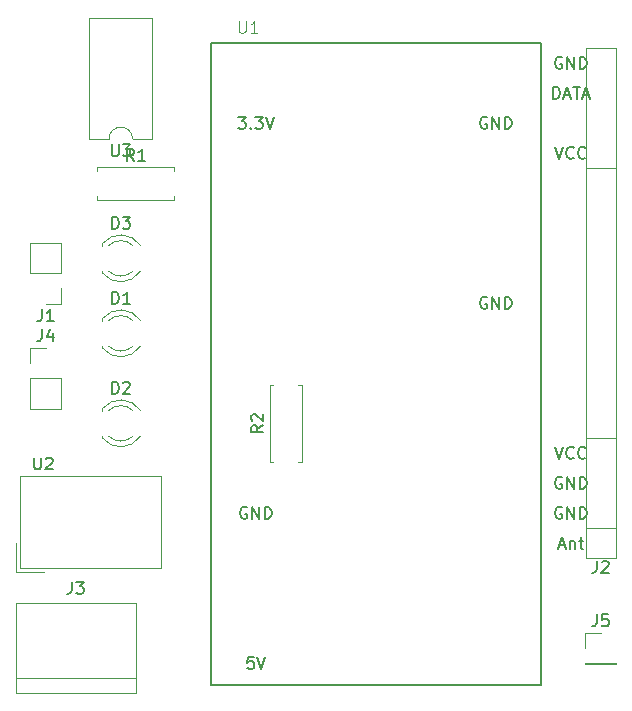
<source format=gbr>
%TF.GenerationSoftware,KiCad,Pcbnew,5.1.10-88a1d61d58~88~ubuntu20.10.1*%
%TF.CreationDate,2021-07-06T11:57:07+02:00*%
%TF.ProjectId,n2k_meteo_gps,65766f5f-6170-42e6-9b69-6361645f7063,rev?*%
%TF.SameCoordinates,Original*%
%TF.FileFunction,Legend,Top*%
%TF.FilePolarity,Positive*%
%FSLAX46Y46*%
G04 Gerber Fmt 4.6, Leading zero omitted, Abs format (unit mm)*
G04 Created by KiCad (PCBNEW 5.1.10-88a1d61d58~88~ubuntu20.10.1) date 2021-07-06 11:57:07*
%MOMM*%
%LPD*%
G01*
G04 APERTURE LIST*
%ADD10C,0.120000*%
%ADD11C,0.127000*%
%ADD12C,0.150000*%
%ADD13C,0.015000*%
G04 APERTURE END LIST*
D10*
%TO.C,J3*%
X34290000Y-85090000D02*
X24130000Y-85090000D01*
X34290000Y-86360000D02*
X34290000Y-78740000D01*
X34290000Y-78740000D02*
X24130000Y-78740000D01*
X24130000Y-78740000D02*
X24130000Y-86360000D01*
X24130000Y-86360000D02*
X34290000Y-86360000D01*
%TO.C,J4*%
X25340000Y-57090000D02*
X26670000Y-57090000D01*
X25340000Y-58420000D02*
X25340000Y-57090000D01*
X25340000Y-59690000D02*
X28000000Y-59690000D01*
X28000000Y-59690000D02*
X28000000Y-62290000D01*
X25340000Y-59690000D02*
X25340000Y-62290000D01*
X25340000Y-62290000D02*
X28000000Y-62290000D01*
%TO.C,J1*%
X28000000Y-48200000D02*
X25340000Y-48200000D01*
X28000000Y-50800000D02*
X28000000Y-48200000D01*
X25340000Y-50800000D02*
X25340000Y-48200000D01*
X28000000Y-50800000D02*
X25340000Y-50800000D01*
X28000000Y-52070000D02*
X28000000Y-53400000D01*
X28000000Y-53400000D02*
X26670000Y-53400000D01*
%TO.C,U3*%
X34020000Y-39430000D02*
X35670000Y-39430000D01*
X35670000Y-39430000D02*
X35670000Y-29150000D01*
X35670000Y-29150000D02*
X30370000Y-29150000D01*
X30370000Y-29150000D02*
X30370000Y-39430000D01*
X30370000Y-39430000D02*
X32020000Y-39430000D01*
X32020000Y-39430000D02*
G75*
G02*
X34020000Y-39430000I1000000J0D01*
G01*
%TO.C,U2*%
X24520000Y-75780000D02*
X24520000Y-67930000D01*
X24520000Y-67930000D02*
X36460000Y-67930000D01*
X36460000Y-67930000D02*
X36460000Y-75780000D01*
X36460000Y-75780000D02*
X24520000Y-75780000D01*
X24190000Y-73660000D02*
X24190000Y-76110000D01*
X24190000Y-76110000D02*
X26520000Y-76110000D01*
D11*
%TO.C,U1*%
X68560000Y-85670000D02*
X40660000Y-85670000D01*
X68560000Y-31270000D02*
X68560000Y-85670000D01*
X40660000Y-31270000D02*
X68560000Y-31270000D01*
X40660000Y-85670000D02*
X40660000Y-31270000D01*
D10*
%TO.C,R2*%
X48360000Y-60230000D02*
X48030000Y-60230000D01*
X48360000Y-66770000D02*
X48360000Y-60230000D01*
X48030000Y-66770000D02*
X48360000Y-66770000D01*
X45620000Y-60230000D02*
X45950000Y-60230000D01*
X45620000Y-66770000D02*
X45620000Y-60230000D01*
X45950000Y-66770000D02*
X45620000Y-66770000D01*
%TO.C,J2*%
X74930000Y-74930000D02*
X74930000Y-64770000D01*
X74930000Y-64770000D02*
X72390000Y-64770000D01*
X72390000Y-64770000D02*
X72390000Y-74930000D01*
X72390000Y-74930000D02*
X74930000Y-74930000D01*
X74930000Y-41910000D02*
X72390000Y-41910000D01*
X72390000Y-41910000D02*
X72390000Y-31750000D01*
X72390000Y-31750000D02*
X74930000Y-31750000D01*
X74930000Y-31750000D02*
X74930000Y-41910000D01*
X74930000Y-72390000D02*
X72390000Y-72390000D01*
X74930000Y-64770000D02*
X74930000Y-41910000D01*
X72390000Y-64770000D02*
X72390000Y-41910000D01*
%TO.C,J5*%
X72330000Y-81220000D02*
X73660000Y-81220000D01*
X72330000Y-82550000D02*
X72330000Y-81220000D01*
X72330000Y-83820000D02*
X74990000Y-83820000D01*
X74990000Y-83820000D02*
X74990000Y-83880000D01*
X72330000Y-83820000D02*
X72330000Y-83880000D01*
X72330000Y-83880000D02*
X74990000Y-83880000D01*
%TO.C,R1*%
X37560000Y-44550000D02*
X37560000Y-44220000D01*
X31020000Y-44550000D02*
X37560000Y-44550000D01*
X31020000Y-44220000D02*
X31020000Y-44550000D01*
X37560000Y-41810000D02*
X37560000Y-42140000D01*
X31020000Y-41810000D02*
X37560000Y-41810000D01*
X31020000Y-42140000D02*
X31020000Y-41810000D01*
%TO.C,D3*%
X31460000Y-50610000D02*
X31460000Y-50766000D01*
X31460000Y-48294000D02*
X31460000Y-48450000D01*
X34061130Y-50609837D02*
G75*
G02*
X31979039Y-50610000I-1041130J1079837D01*
G01*
X34061130Y-48450163D02*
G75*
G03*
X31979039Y-48450000I-1041130J-1079837D01*
G01*
X34692335Y-50608608D02*
G75*
G02*
X31460000Y-50765516I-1672335J1078608D01*
G01*
X34692335Y-48451392D02*
G75*
G03*
X31460000Y-48294484I-1672335J-1078608D01*
G01*
%TO.C,D2*%
X31460000Y-64580000D02*
X31460000Y-64736000D01*
X31460000Y-62264000D02*
X31460000Y-62420000D01*
X34061130Y-64579837D02*
G75*
G02*
X31979039Y-64580000I-1041130J1079837D01*
G01*
X34061130Y-62420163D02*
G75*
G03*
X31979039Y-62420000I-1041130J-1079837D01*
G01*
X34692335Y-64578608D02*
G75*
G02*
X31460000Y-64735516I-1672335J1078608D01*
G01*
X34692335Y-62421392D02*
G75*
G03*
X31460000Y-62264484I-1672335J-1078608D01*
G01*
%TO.C,D1*%
X31460000Y-56960000D02*
X31460000Y-57116000D01*
X31460000Y-54644000D02*
X31460000Y-54800000D01*
X34061130Y-56959837D02*
G75*
G02*
X31979039Y-56960000I-1041130J1079837D01*
G01*
X34061130Y-54800163D02*
G75*
G03*
X31979039Y-54800000I-1041130J-1079837D01*
G01*
X34692335Y-56958608D02*
G75*
G02*
X31460000Y-57115516I-1672335J1078608D01*
G01*
X34692335Y-54801392D02*
G75*
G03*
X31460000Y-54644484I-1672335J-1078608D01*
G01*
%TO.C,J3*%
D12*
X28876666Y-76922380D02*
X28876666Y-77636666D01*
X28829047Y-77779523D01*
X28733809Y-77874761D01*
X28590952Y-77922380D01*
X28495714Y-77922380D01*
X29257619Y-76922380D02*
X29876666Y-76922380D01*
X29543333Y-77303333D01*
X29686190Y-77303333D01*
X29781428Y-77350952D01*
X29829047Y-77398571D01*
X29876666Y-77493809D01*
X29876666Y-77731904D01*
X29829047Y-77827142D01*
X29781428Y-77874761D01*
X29686190Y-77922380D01*
X29400476Y-77922380D01*
X29305238Y-77874761D01*
X29257619Y-77827142D01*
%TO.C,J4*%
X26336666Y-55542380D02*
X26336666Y-56256666D01*
X26289047Y-56399523D01*
X26193809Y-56494761D01*
X26050952Y-56542380D01*
X25955714Y-56542380D01*
X27241428Y-55875714D02*
X27241428Y-56542380D01*
X27003333Y-55494761D02*
X26765238Y-56209047D01*
X27384285Y-56209047D01*
%TO.C,J1*%
X26336666Y-53852380D02*
X26336666Y-54566666D01*
X26289047Y-54709523D01*
X26193809Y-54804761D01*
X26050952Y-54852380D01*
X25955714Y-54852380D01*
X27336666Y-54852380D02*
X26765238Y-54852380D01*
X27050952Y-54852380D02*
X27050952Y-53852380D01*
X26955714Y-53995238D01*
X26860476Y-54090476D01*
X26765238Y-54138095D01*
%TO.C,U3*%
X32258095Y-39882380D02*
X32258095Y-40691904D01*
X32305714Y-40787142D01*
X32353333Y-40834761D01*
X32448571Y-40882380D01*
X32639047Y-40882380D01*
X32734285Y-40834761D01*
X32781904Y-40787142D01*
X32829523Y-40691904D01*
X32829523Y-39882380D01*
X33210476Y-39882380D02*
X33829523Y-39882380D01*
X33496190Y-40263333D01*
X33639047Y-40263333D01*
X33734285Y-40310952D01*
X33781904Y-40358571D01*
X33829523Y-40453809D01*
X33829523Y-40691904D01*
X33781904Y-40787142D01*
X33734285Y-40834761D01*
X33639047Y-40882380D01*
X33353333Y-40882380D01*
X33258095Y-40834761D01*
X33210476Y-40787142D01*
%TO.C,U2*%
X25678095Y-66402380D02*
X25678095Y-67211904D01*
X25725714Y-67307142D01*
X25773333Y-67354761D01*
X25868571Y-67402380D01*
X26059047Y-67402380D01*
X26154285Y-67354761D01*
X26201904Y-67307142D01*
X26249523Y-67211904D01*
X26249523Y-66402380D01*
X26678095Y-66497619D02*
X26725714Y-66450000D01*
X26820952Y-66402380D01*
X27059047Y-66402380D01*
X27154285Y-66450000D01*
X27201904Y-66497619D01*
X27249523Y-66592857D01*
X27249523Y-66688095D01*
X27201904Y-66830952D01*
X26630476Y-67402380D01*
X27249523Y-67402380D01*
%TO.C,U1*%
D13*
X43018626Y-29426124D02*
X43018626Y-30235960D01*
X43066263Y-30331235D01*
X43113901Y-30378873D01*
X43209175Y-30426510D01*
X43399725Y-30426510D01*
X43495000Y-30378873D01*
X43542637Y-30331235D01*
X43590275Y-30235960D01*
X43590275Y-29426124D01*
X44590661Y-30426510D02*
X44019012Y-30426510D01*
X44304836Y-30426510D02*
X44304836Y-29426124D01*
X44209561Y-29569036D01*
X44114287Y-29664311D01*
X44019012Y-29711949D01*
D12*
X64008095Y-52840000D02*
X63912857Y-52792380D01*
X63770000Y-52792380D01*
X63627142Y-52840000D01*
X63531904Y-52935238D01*
X63484285Y-53030476D01*
X63436666Y-53220952D01*
X63436666Y-53363809D01*
X63484285Y-53554285D01*
X63531904Y-53649523D01*
X63627142Y-53744761D01*
X63770000Y-53792380D01*
X63865238Y-53792380D01*
X64008095Y-53744761D01*
X64055714Y-53697142D01*
X64055714Y-53363809D01*
X63865238Y-53363809D01*
X64484285Y-53792380D02*
X64484285Y-52792380D01*
X65055714Y-53792380D01*
X65055714Y-52792380D01*
X65531904Y-53792380D02*
X65531904Y-52792380D01*
X65770000Y-52792380D01*
X65912857Y-52840000D01*
X66008095Y-52935238D01*
X66055714Y-53030476D01*
X66103333Y-53220952D01*
X66103333Y-53363809D01*
X66055714Y-53554285D01*
X66008095Y-53649523D01*
X65912857Y-53744761D01*
X65770000Y-53792380D01*
X65531904Y-53792380D01*
X43688095Y-70620000D02*
X43592857Y-70572380D01*
X43450000Y-70572380D01*
X43307142Y-70620000D01*
X43211904Y-70715238D01*
X43164285Y-70810476D01*
X43116666Y-71000952D01*
X43116666Y-71143809D01*
X43164285Y-71334285D01*
X43211904Y-71429523D01*
X43307142Y-71524761D01*
X43450000Y-71572380D01*
X43545238Y-71572380D01*
X43688095Y-71524761D01*
X43735714Y-71477142D01*
X43735714Y-71143809D01*
X43545238Y-71143809D01*
X44164285Y-71572380D02*
X44164285Y-70572380D01*
X44735714Y-71572380D01*
X44735714Y-70572380D01*
X45211904Y-71572380D02*
X45211904Y-70572380D01*
X45450000Y-70572380D01*
X45592857Y-70620000D01*
X45688095Y-70715238D01*
X45735714Y-70810476D01*
X45783333Y-71000952D01*
X45783333Y-71143809D01*
X45735714Y-71334285D01*
X45688095Y-71429523D01*
X45592857Y-71524761D01*
X45450000Y-71572380D01*
X45211904Y-71572380D01*
X64008095Y-37600000D02*
X63912857Y-37552380D01*
X63770000Y-37552380D01*
X63627142Y-37600000D01*
X63531904Y-37695238D01*
X63484285Y-37790476D01*
X63436666Y-37980952D01*
X63436666Y-38123809D01*
X63484285Y-38314285D01*
X63531904Y-38409523D01*
X63627142Y-38504761D01*
X63770000Y-38552380D01*
X63865238Y-38552380D01*
X64008095Y-38504761D01*
X64055714Y-38457142D01*
X64055714Y-38123809D01*
X63865238Y-38123809D01*
X64484285Y-38552380D02*
X64484285Y-37552380D01*
X65055714Y-38552380D01*
X65055714Y-37552380D01*
X65531904Y-38552380D02*
X65531904Y-37552380D01*
X65770000Y-37552380D01*
X65912857Y-37600000D01*
X66008095Y-37695238D01*
X66055714Y-37790476D01*
X66103333Y-37980952D01*
X66103333Y-38123809D01*
X66055714Y-38314285D01*
X66008095Y-38409523D01*
X65912857Y-38504761D01*
X65770000Y-38552380D01*
X65531904Y-38552380D01*
X44259523Y-83272380D02*
X43783333Y-83272380D01*
X43735714Y-83748571D01*
X43783333Y-83700952D01*
X43878571Y-83653333D01*
X44116666Y-83653333D01*
X44211904Y-83700952D01*
X44259523Y-83748571D01*
X44307142Y-83843809D01*
X44307142Y-84081904D01*
X44259523Y-84177142D01*
X44211904Y-84224761D01*
X44116666Y-84272380D01*
X43878571Y-84272380D01*
X43783333Y-84224761D01*
X43735714Y-84177142D01*
X44592857Y-83272380D02*
X44926190Y-84272380D01*
X45259523Y-83272380D01*
X42973809Y-37552380D02*
X43592857Y-37552380D01*
X43259523Y-37933333D01*
X43402380Y-37933333D01*
X43497619Y-37980952D01*
X43545238Y-38028571D01*
X43592857Y-38123809D01*
X43592857Y-38361904D01*
X43545238Y-38457142D01*
X43497619Y-38504761D01*
X43402380Y-38552380D01*
X43116666Y-38552380D01*
X43021428Y-38504761D01*
X42973809Y-38457142D01*
X44021428Y-38457142D02*
X44069047Y-38504761D01*
X44021428Y-38552380D01*
X43973809Y-38504761D01*
X44021428Y-38457142D01*
X44021428Y-38552380D01*
X44402380Y-37552380D02*
X45021428Y-37552380D01*
X44688095Y-37933333D01*
X44830952Y-37933333D01*
X44926190Y-37980952D01*
X44973809Y-38028571D01*
X45021428Y-38123809D01*
X45021428Y-38361904D01*
X44973809Y-38457142D01*
X44926190Y-38504761D01*
X44830952Y-38552380D01*
X44545238Y-38552380D01*
X44450000Y-38504761D01*
X44402380Y-38457142D01*
X45307142Y-37552380D02*
X45640476Y-38552380D01*
X45973809Y-37552380D01*
%TO.C,R2*%
X45072380Y-63666666D02*
X44596190Y-64000000D01*
X45072380Y-64238095D02*
X44072380Y-64238095D01*
X44072380Y-63857142D01*
X44120000Y-63761904D01*
X44167619Y-63714285D01*
X44262857Y-63666666D01*
X44405714Y-63666666D01*
X44500952Y-63714285D01*
X44548571Y-63761904D01*
X44596190Y-63857142D01*
X44596190Y-64238095D01*
X44167619Y-63285714D02*
X44120000Y-63238095D01*
X44072380Y-63142857D01*
X44072380Y-62904761D01*
X44120000Y-62809523D01*
X44167619Y-62761904D01*
X44262857Y-62714285D01*
X44358095Y-62714285D01*
X44500952Y-62761904D01*
X45072380Y-63333333D01*
X45072380Y-62714285D01*
%TO.C,J2*%
X73326666Y-75152380D02*
X73326666Y-75866666D01*
X73279047Y-76009523D01*
X73183809Y-76104761D01*
X73040952Y-76152380D01*
X72945714Y-76152380D01*
X73755238Y-75247619D02*
X73802857Y-75200000D01*
X73898095Y-75152380D01*
X74136190Y-75152380D01*
X74231428Y-75200000D01*
X74279047Y-75247619D01*
X74326666Y-75342857D01*
X74326666Y-75438095D01*
X74279047Y-75580952D01*
X73707619Y-76152380D01*
X74326666Y-76152380D01*
X69620000Y-36012380D02*
X69620000Y-35012380D01*
X69858095Y-35012380D01*
X70000952Y-35060000D01*
X70096190Y-35155238D01*
X70143809Y-35250476D01*
X70191428Y-35440952D01*
X70191428Y-35583809D01*
X70143809Y-35774285D01*
X70096190Y-35869523D01*
X70000952Y-35964761D01*
X69858095Y-36012380D01*
X69620000Y-36012380D01*
X70572380Y-35726666D02*
X71048571Y-35726666D01*
X70477142Y-36012380D02*
X70810476Y-35012380D01*
X71143809Y-36012380D01*
X71334285Y-35012380D02*
X71905714Y-35012380D01*
X71620000Y-36012380D02*
X71620000Y-35012380D01*
X72191428Y-35726666D02*
X72667619Y-35726666D01*
X72096190Y-36012380D02*
X72429523Y-35012380D01*
X72762857Y-36012380D01*
X70358095Y-32520000D02*
X70262857Y-32472380D01*
X70120000Y-32472380D01*
X69977142Y-32520000D01*
X69881904Y-32615238D01*
X69834285Y-32710476D01*
X69786666Y-32900952D01*
X69786666Y-33043809D01*
X69834285Y-33234285D01*
X69881904Y-33329523D01*
X69977142Y-33424761D01*
X70120000Y-33472380D01*
X70215238Y-33472380D01*
X70358095Y-33424761D01*
X70405714Y-33377142D01*
X70405714Y-33043809D01*
X70215238Y-33043809D01*
X70834285Y-33472380D02*
X70834285Y-32472380D01*
X71405714Y-33472380D01*
X71405714Y-32472380D01*
X71881904Y-33472380D02*
X71881904Y-32472380D01*
X72120000Y-32472380D01*
X72262857Y-32520000D01*
X72358095Y-32615238D01*
X72405714Y-32710476D01*
X72453333Y-32900952D01*
X72453333Y-33043809D01*
X72405714Y-33234285D01*
X72358095Y-33329523D01*
X72262857Y-33424761D01*
X72120000Y-33472380D01*
X71881904Y-33472380D01*
X70358095Y-68080000D02*
X70262857Y-68032380D01*
X70120000Y-68032380D01*
X69977142Y-68080000D01*
X69881904Y-68175238D01*
X69834285Y-68270476D01*
X69786666Y-68460952D01*
X69786666Y-68603809D01*
X69834285Y-68794285D01*
X69881904Y-68889523D01*
X69977142Y-68984761D01*
X70120000Y-69032380D01*
X70215238Y-69032380D01*
X70358095Y-68984761D01*
X70405714Y-68937142D01*
X70405714Y-68603809D01*
X70215238Y-68603809D01*
X70834285Y-69032380D02*
X70834285Y-68032380D01*
X71405714Y-69032380D01*
X71405714Y-68032380D01*
X71881904Y-69032380D02*
X71881904Y-68032380D01*
X72120000Y-68032380D01*
X72262857Y-68080000D01*
X72358095Y-68175238D01*
X72405714Y-68270476D01*
X72453333Y-68460952D01*
X72453333Y-68603809D01*
X72405714Y-68794285D01*
X72358095Y-68889523D01*
X72262857Y-68984761D01*
X72120000Y-69032380D01*
X71881904Y-69032380D01*
X70358095Y-70620000D02*
X70262857Y-70572380D01*
X70120000Y-70572380D01*
X69977142Y-70620000D01*
X69881904Y-70715238D01*
X69834285Y-70810476D01*
X69786666Y-71000952D01*
X69786666Y-71143809D01*
X69834285Y-71334285D01*
X69881904Y-71429523D01*
X69977142Y-71524761D01*
X70120000Y-71572380D01*
X70215238Y-71572380D01*
X70358095Y-71524761D01*
X70405714Y-71477142D01*
X70405714Y-71143809D01*
X70215238Y-71143809D01*
X70834285Y-71572380D02*
X70834285Y-70572380D01*
X71405714Y-71572380D01*
X71405714Y-70572380D01*
X71881904Y-71572380D02*
X71881904Y-70572380D01*
X72120000Y-70572380D01*
X72262857Y-70620000D01*
X72358095Y-70715238D01*
X72405714Y-70810476D01*
X72453333Y-71000952D01*
X72453333Y-71143809D01*
X72405714Y-71334285D01*
X72358095Y-71429523D01*
X72262857Y-71524761D01*
X72120000Y-71572380D01*
X71881904Y-71572380D01*
X69786666Y-40092380D02*
X70120000Y-41092380D01*
X70453333Y-40092380D01*
X71358095Y-40997142D02*
X71310476Y-41044761D01*
X71167619Y-41092380D01*
X71072380Y-41092380D01*
X70929523Y-41044761D01*
X70834285Y-40949523D01*
X70786666Y-40854285D01*
X70739047Y-40663809D01*
X70739047Y-40520952D01*
X70786666Y-40330476D01*
X70834285Y-40235238D01*
X70929523Y-40140000D01*
X71072380Y-40092380D01*
X71167619Y-40092380D01*
X71310476Y-40140000D01*
X71358095Y-40187619D01*
X72358095Y-40997142D02*
X72310476Y-41044761D01*
X72167619Y-41092380D01*
X72072380Y-41092380D01*
X71929523Y-41044761D01*
X71834285Y-40949523D01*
X71786666Y-40854285D01*
X71739047Y-40663809D01*
X71739047Y-40520952D01*
X71786666Y-40330476D01*
X71834285Y-40235238D01*
X71929523Y-40140000D01*
X72072380Y-40092380D01*
X72167619Y-40092380D01*
X72310476Y-40140000D01*
X72358095Y-40187619D01*
X69786666Y-65492380D02*
X70120000Y-66492380D01*
X70453333Y-65492380D01*
X71358095Y-66397142D02*
X71310476Y-66444761D01*
X71167619Y-66492380D01*
X71072380Y-66492380D01*
X70929523Y-66444761D01*
X70834285Y-66349523D01*
X70786666Y-66254285D01*
X70739047Y-66063809D01*
X70739047Y-65920952D01*
X70786666Y-65730476D01*
X70834285Y-65635238D01*
X70929523Y-65540000D01*
X71072380Y-65492380D01*
X71167619Y-65492380D01*
X71310476Y-65540000D01*
X71358095Y-65587619D01*
X72358095Y-66397142D02*
X72310476Y-66444761D01*
X72167619Y-66492380D01*
X72072380Y-66492380D01*
X71929523Y-66444761D01*
X71834285Y-66349523D01*
X71786666Y-66254285D01*
X71739047Y-66063809D01*
X71739047Y-65920952D01*
X71786666Y-65730476D01*
X71834285Y-65635238D01*
X71929523Y-65540000D01*
X72072380Y-65492380D01*
X72167619Y-65492380D01*
X72310476Y-65540000D01*
X72358095Y-65587619D01*
X70143809Y-73826666D02*
X70620000Y-73826666D01*
X70048571Y-74112380D02*
X70381904Y-73112380D01*
X70715238Y-74112380D01*
X71048571Y-73445714D02*
X71048571Y-74112380D01*
X71048571Y-73540952D02*
X71096190Y-73493333D01*
X71191428Y-73445714D01*
X71334285Y-73445714D01*
X71429523Y-73493333D01*
X71477142Y-73588571D01*
X71477142Y-74112380D01*
X71810476Y-73445714D02*
X72191428Y-73445714D01*
X71953333Y-73112380D02*
X71953333Y-73969523D01*
X72000952Y-74064761D01*
X72096190Y-74112380D01*
X72191428Y-74112380D01*
%TO.C,J5*%
X73326666Y-79672380D02*
X73326666Y-80386666D01*
X73279047Y-80529523D01*
X73183809Y-80624761D01*
X73040952Y-80672380D01*
X72945714Y-80672380D01*
X74279047Y-79672380D02*
X73802857Y-79672380D01*
X73755238Y-80148571D01*
X73802857Y-80100952D01*
X73898095Y-80053333D01*
X74136190Y-80053333D01*
X74231428Y-80100952D01*
X74279047Y-80148571D01*
X74326666Y-80243809D01*
X74326666Y-80481904D01*
X74279047Y-80577142D01*
X74231428Y-80624761D01*
X74136190Y-80672380D01*
X73898095Y-80672380D01*
X73802857Y-80624761D01*
X73755238Y-80577142D01*
%TO.C,R1*%
X34123333Y-41262380D02*
X33790000Y-40786190D01*
X33551904Y-41262380D02*
X33551904Y-40262380D01*
X33932857Y-40262380D01*
X34028095Y-40310000D01*
X34075714Y-40357619D01*
X34123333Y-40452857D01*
X34123333Y-40595714D01*
X34075714Y-40690952D01*
X34028095Y-40738571D01*
X33932857Y-40786190D01*
X33551904Y-40786190D01*
X35075714Y-41262380D02*
X34504285Y-41262380D01*
X34790000Y-41262380D02*
X34790000Y-40262380D01*
X34694761Y-40405238D01*
X34599523Y-40500476D01*
X34504285Y-40548095D01*
%TO.C,D3*%
X32281904Y-47022380D02*
X32281904Y-46022380D01*
X32520000Y-46022380D01*
X32662857Y-46070000D01*
X32758095Y-46165238D01*
X32805714Y-46260476D01*
X32853333Y-46450952D01*
X32853333Y-46593809D01*
X32805714Y-46784285D01*
X32758095Y-46879523D01*
X32662857Y-46974761D01*
X32520000Y-47022380D01*
X32281904Y-47022380D01*
X33186666Y-46022380D02*
X33805714Y-46022380D01*
X33472380Y-46403333D01*
X33615238Y-46403333D01*
X33710476Y-46450952D01*
X33758095Y-46498571D01*
X33805714Y-46593809D01*
X33805714Y-46831904D01*
X33758095Y-46927142D01*
X33710476Y-46974761D01*
X33615238Y-47022380D01*
X33329523Y-47022380D01*
X33234285Y-46974761D01*
X33186666Y-46927142D01*
%TO.C,D2*%
X32281904Y-60992380D02*
X32281904Y-59992380D01*
X32520000Y-59992380D01*
X32662857Y-60040000D01*
X32758095Y-60135238D01*
X32805714Y-60230476D01*
X32853333Y-60420952D01*
X32853333Y-60563809D01*
X32805714Y-60754285D01*
X32758095Y-60849523D01*
X32662857Y-60944761D01*
X32520000Y-60992380D01*
X32281904Y-60992380D01*
X33234285Y-60087619D02*
X33281904Y-60040000D01*
X33377142Y-59992380D01*
X33615238Y-59992380D01*
X33710476Y-60040000D01*
X33758095Y-60087619D01*
X33805714Y-60182857D01*
X33805714Y-60278095D01*
X33758095Y-60420952D01*
X33186666Y-60992380D01*
X33805714Y-60992380D01*
%TO.C,D1*%
X32281904Y-53372380D02*
X32281904Y-52372380D01*
X32520000Y-52372380D01*
X32662857Y-52420000D01*
X32758095Y-52515238D01*
X32805714Y-52610476D01*
X32853333Y-52800952D01*
X32853333Y-52943809D01*
X32805714Y-53134285D01*
X32758095Y-53229523D01*
X32662857Y-53324761D01*
X32520000Y-53372380D01*
X32281904Y-53372380D01*
X33805714Y-53372380D02*
X33234285Y-53372380D01*
X33520000Y-53372380D02*
X33520000Y-52372380D01*
X33424761Y-52515238D01*
X33329523Y-52610476D01*
X33234285Y-52658095D01*
%TD*%
M02*

</source>
